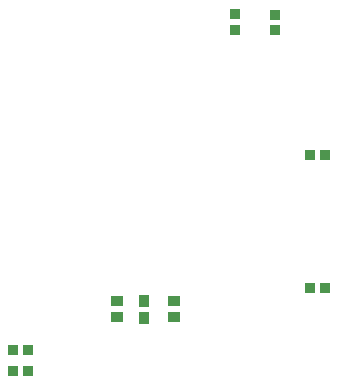
<source format=gbp>
G04*
G04 #@! TF.GenerationSoftware,Altium Limited,Altium Designer,25.2.1 (25)*
G04*
G04 Layer_Color=128*
%FSLAX25Y25*%
%MOIN*%
G70*
G04*
G04 #@! TF.SameCoordinates,19AB45F0-FF71-4E06-AC9F-8C434743CFD0*
G04*
G04*
G04 #@! TF.FilePolarity,Positive*
G04*
G01*
G75*
%ADD22R,0.03347X0.03740*%
%ADD25R,0.03740X0.03347*%
%ADD31R,0.03937X0.03543*%
%ADD33R,0.03812X0.03963*%
D22*
X95492Y19508D02*
D03*
X90374D02*
D03*
X90374Y12524D02*
D03*
X95492D02*
D03*
X194334Y40354D02*
D03*
X189215D02*
D03*
X194334Y84646D02*
D03*
X189215D02*
D03*
D25*
X177756Y126221D02*
D03*
Y131339D02*
D03*
X164370Y126378D02*
D03*
Y131496D02*
D03*
D31*
X143917Y35847D02*
D03*
Y30532D02*
D03*
X125138Y30532D02*
D03*
Y35847D02*
D03*
D33*
X133898Y36047D02*
D03*
Y30331D02*
D03*
M02*

</source>
